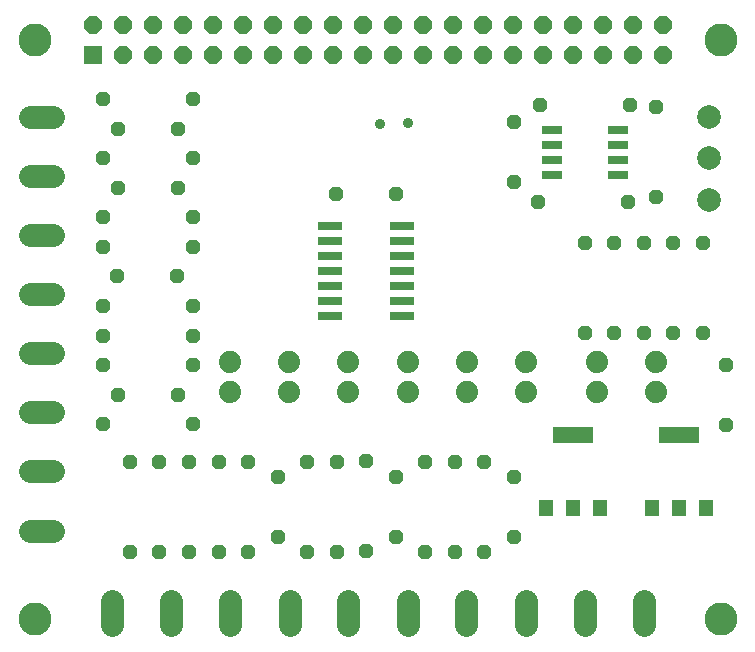
<source format=gbr>
G04 EAGLE Gerber RS-274X export*
G75*
%MOMM*%
%FSLAX34Y34*%
%LPD*%
%INSoldermask Top*%
%IPPOS*%
%AMOC8*
5,1,8,0,0,1.08239X$1,22.5*%
G01*
G04 Define Apertures*
%ADD10C,2.800000*%
%ADD11R,1.524000X1.524000*%
%ADD12P,1.649562X8X22.500000*%
%ADD13R,1.200000X1.400000*%
%ADD14R,3.500000X1.400000*%
%ADD15C,1.879600*%
%ADD16P,1.319650X8X202.500000*%
%ADD17P,1.319650X8X22.500000*%
%ADD18R,2.032000X0.660400*%
%ADD19P,1.319650X8X292.500000*%
%ADD20C,1.981200*%
%ADD21P,1.319650X8X112.500000*%
%ADD22R,1.750000X0.650000*%
%ADD23C,2.000000*%
%ADD24C,0.910000*%
D10*
X35000Y35000D03*
X35000Y525000D03*
X615000Y525000D03*
X615000Y35000D03*
D11*
X83700Y512300D03*
D12*
X109100Y512300D03*
X134500Y512300D03*
X159900Y512300D03*
X185300Y512300D03*
X210700Y512300D03*
X83700Y537700D03*
X109100Y537700D03*
X134500Y537700D03*
X159900Y537700D03*
X185300Y537700D03*
X210700Y537700D03*
X236100Y512300D03*
X236100Y537700D03*
X261500Y512300D03*
X286900Y512300D03*
X312300Y512300D03*
X337700Y512300D03*
X363100Y512300D03*
X388500Y512300D03*
X261500Y537700D03*
X286900Y537700D03*
X312300Y537700D03*
X337700Y537700D03*
X363100Y537700D03*
X388500Y537700D03*
X413900Y512300D03*
X413900Y537700D03*
X439300Y512300D03*
X464700Y512300D03*
X490100Y512300D03*
X515500Y512300D03*
X540900Y512300D03*
X566300Y512300D03*
X439300Y537700D03*
X464700Y537700D03*
X490100Y537700D03*
X515500Y537700D03*
X540900Y537700D03*
X566300Y537700D03*
D13*
X556890Y129010D03*
X580000Y129010D03*
X603110Y129010D03*
D14*
X580000Y190990D03*
D13*
X466890Y129010D03*
X490000Y129010D03*
X513110Y129010D03*
D14*
X490000Y190990D03*
D15*
X560000Y227300D03*
X560000Y252700D03*
X510000Y227300D03*
X510000Y252700D03*
D16*
X168100Y350000D03*
X91900Y350000D03*
D17*
X104600Y450000D03*
X155400Y450000D03*
D16*
X155400Y400000D03*
X104600Y400000D03*
X168100Y425000D03*
X91900Y425000D03*
D15*
X200000Y227300D03*
X200000Y252700D03*
D16*
X168100Y375000D03*
X91900Y375000D03*
D18*
X284266Y368100D03*
X345734Y368100D03*
X284266Y355400D03*
X284266Y342700D03*
X345734Y355400D03*
X345734Y342700D03*
X284266Y330000D03*
X345734Y330000D03*
X284266Y317300D03*
X284266Y304600D03*
X345734Y317300D03*
X345734Y304600D03*
X284266Y291900D03*
X345734Y291900D03*
D16*
X168100Y250000D03*
X91900Y250000D03*
X154968Y325432D03*
X104168Y325432D03*
X168100Y300000D03*
X91900Y300000D03*
D15*
X250000Y227300D03*
X250000Y252700D03*
D16*
X168100Y275000D03*
X91900Y275000D03*
X168100Y200000D03*
X91900Y200000D03*
X155400Y225000D03*
X104600Y225000D03*
D19*
X115000Y168100D03*
X115000Y91900D03*
D15*
X300000Y227300D03*
X300000Y252700D03*
D19*
X140000Y168100D03*
X140000Y91900D03*
X165000Y168100D03*
X165000Y91900D03*
X240000Y155400D03*
X240000Y104600D03*
X215000Y168100D03*
X215000Y91900D03*
D15*
X350000Y227300D03*
X350000Y252700D03*
D19*
X190000Y168100D03*
X190000Y91900D03*
X265000Y168100D03*
X265000Y91900D03*
X340000Y155400D03*
X340000Y104600D03*
X315000Y168663D03*
X315000Y92463D03*
D15*
X400000Y227300D03*
X400000Y252700D03*
D19*
X290000Y168100D03*
X290000Y91900D03*
X365000Y168100D03*
X365000Y91900D03*
X440000Y155400D03*
X440000Y104600D03*
X415000Y168100D03*
X415000Y91900D03*
D15*
X450000Y227300D03*
X450000Y252700D03*
D19*
X390592Y168100D03*
X390592Y91900D03*
D20*
X49906Y460038D02*
X30094Y460038D01*
X30094Y410000D02*
X49906Y410000D01*
X49906Y359962D02*
X30094Y359962D01*
X30094Y310038D02*
X49906Y310038D01*
X49906Y260000D02*
X30094Y260000D01*
X30094Y209962D02*
X49906Y209962D01*
X49906Y160146D02*
X30094Y160146D01*
X30094Y109854D02*
X49906Y109854D01*
X99854Y49906D02*
X99854Y30094D01*
X150146Y30094D02*
X150146Y49906D01*
X199854Y49906D02*
X199854Y30094D01*
X250146Y30094D02*
X250146Y49906D01*
X299854Y49906D02*
X299854Y30094D01*
X350146Y30094D02*
X350146Y49906D01*
D16*
X168100Y475000D03*
X91900Y475000D03*
D21*
X620000Y199600D03*
X620000Y250400D03*
X600000Y276900D03*
X600000Y353100D03*
X575000Y276900D03*
X575000Y353100D03*
X550000Y276900D03*
X550000Y353100D03*
X525000Y276900D03*
X525000Y353100D03*
D20*
X399854Y49906D02*
X399854Y30094D01*
X450146Y30094D02*
X450146Y49906D01*
X499854Y49906D02*
X499854Y30094D01*
X550146Y30094D02*
X550146Y49906D01*
D16*
X340400Y395000D03*
X289600Y395000D03*
D22*
X472000Y449050D03*
X472000Y436350D03*
X472000Y423650D03*
X472000Y410950D03*
X528000Y410950D03*
X528000Y423650D03*
X528000Y436350D03*
X528000Y449050D03*
D21*
X560000Y391900D03*
X560000Y468100D03*
D23*
X605000Y390000D03*
X605000Y425000D03*
X605000Y460000D03*
D19*
X440000Y455400D03*
X440000Y404600D03*
D16*
X538100Y470000D03*
X461900Y470000D03*
X536518Y388418D03*
X460318Y388418D03*
D19*
X500000Y353100D03*
X500000Y276900D03*
D24*
X326500Y454500D03*
X350000Y455000D03*
M02*

</source>
